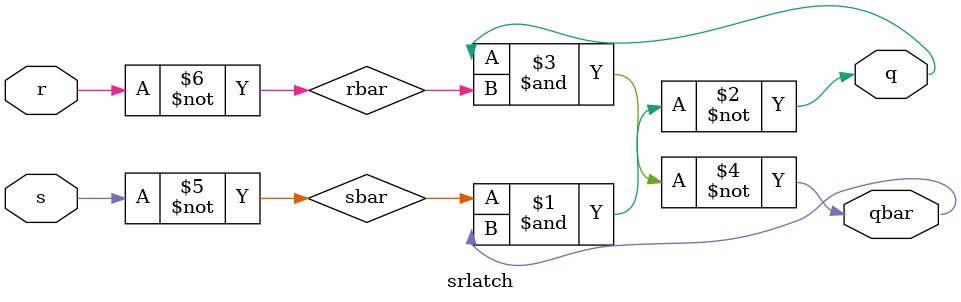
<source format=v>
module srlatch (q,qbar,s,r);
input s,r;
output q,qbar;
wire sbar,rbar;

not n1 (sbar,s);
not n2 (rbar,r);

nand a1 (q,sbar,qbar);
nand a2 (qbar,q,rbar);

endmodule
</source>
